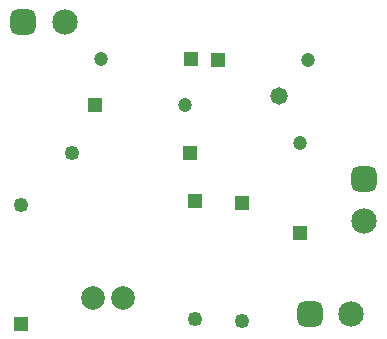
<source format=gts>
G04*
G04 #@! TF.GenerationSoftware,Altium Limited,Altium Designer,23.3.1 (30)*
G04*
G04 Layer_Color=8388736*
%FSLAX44Y44*%
%MOMM*%
G71*
G04*
G04 #@! TF.SameCoordinates,7B0CC697-CB82-4889-8CF9-0E38B3BB7E85*
G04*
G04*
G04 #@! TF.FilePolarity,Negative*
G04*
G01*
G75*
%ADD12C,2.1532*%
G04:AMPARAMS|DCode=13|XSize=2.1532mm|YSize=2.1532mm|CornerRadius=0.5891mm|HoleSize=0mm|Usage=FLASHONLY|Rotation=0.000|XOffset=0mm|YOffset=0mm|HoleType=Round|Shape=RoundedRectangle|*
%AMROUNDEDRECTD13*
21,1,2.1532,0.9750,0,0,0.0*
21,1,0.9750,2.1532,0,0,0.0*
1,1,1.1782,0.4875,-0.4875*
1,1,1.1782,-0.4875,-0.4875*
1,1,1.1782,-0.4875,0.4875*
1,1,1.1782,0.4875,0.4875*
%
%ADD13ROUNDEDRECTD13*%
%ADD14R,1.2000X1.2000*%
%ADD15C,1.2000*%
%ADD16C,2.0032*%
%ADD17R,1.2000X1.2000*%
%ADD18C,1.2500*%
%ADD19R,1.2500X1.2500*%
G04:AMPARAMS|DCode=20|XSize=2.1532mm|YSize=2.1532mm|CornerRadius=0.5891mm|HoleSize=0mm|Usage=FLASHONLY|Rotation=270.000|XOffset=0mm|YOffset=0mm|HoleType=Round|Shape=RoundedRectangle|*
%AMROUNDEDRECTD20*
21,1,2.1532,0.9750,0,0,270.0*
21,1,0.9750,2.1532,0,0,270.0*
1,1,1.1782,-0.4875,-0.4875*
1,1,1.1782,-0.4875,0.4875*
1,1,1.1782,0.4875,0.4875*
1,1,1.1782,0.4875,-0.4875*
%
%ADD20ROUNDEDRECTD20*%
%ADD21R,1.2500X1.2500*%
%ADD22C,1.4732*%
D12*
X315950Y573580D02*
D03*
X558800Y326390D02*
D03*
X569770Y405410D02*
D03*
D13*
X280950Y573580D02*
D03*
X523800Y326390D02*
D03*
D14*
X445740Y541020D02*
D03*
X341600Y502920D02*
D03*
X422940Y542290D02*
D03*
D15*
X522000Y541020D02*
D03*
X417860Y502920D02*
D03*
X346680Y542290D02*
D03*
X515620Y471200D02*
D03*
D16*
X340360Y340310D02*
D03*
X365760D02*
D03*
D17*
X515620Y394940D02*
D03*
D18*
X466090Y320370D02*
D03*
X279400Y418300D02*
D03*
X426720Y322110D02*
D03*
X322110Y462280D02*
D03*
D19*
X466090Y420370D02*
D03*
X279400Y318300D02*
D03*
X426720Y422110D02*
D03*
D20*
X569770Y440410D02*
D03*
D21*
X422110Y462280D02*
D03*
D22*
X497840Y510540D02*
D03*
M02*

</source>
